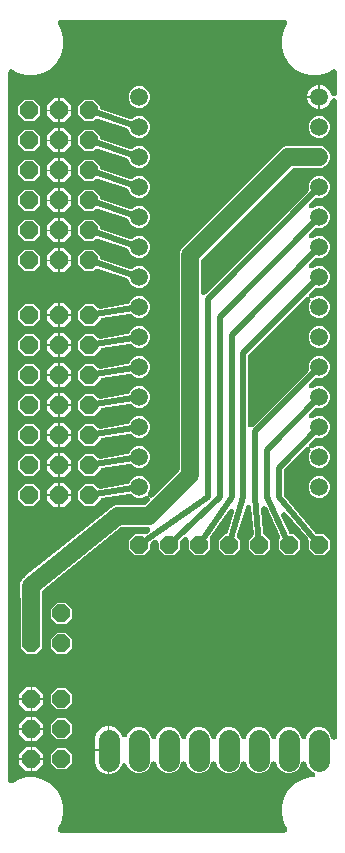
<source format=gbr>
G04 EAGLE Gerber RS-274X export*
G75*
%MOMM*%
%FSLAX34Y34*%
%LPD*%
%INTop Copper*%
%IPPOS*%
%AMOC8*
5,1,8,0,0,1.08239X$1,22.5*%
G01*
G04 Define Apertures*
%ADD10C,1.778000*%
%ADD11P,1.64956X8X292.5*%
%ADD12C,1.508000*%
%ADD13P,1.64956X8X22.5*%
%ADD14P,1.64956X8X112.5*%
%ADD15C,0.500000*%
%ADD16C,1.500000*%
G36*
X245721Y161120D02*
X244746Y160922D01*
X55254Y160922D01*
X54074Y161218D01*
X53308Y161853D01*
X52850Y162737D01*
X52773Y163729D01*
X53089Y164672D01*
X55775Y169324D01*
X57660Y176358D01*
X57660Y183642D01*
X55775Y190676D01*
X52134Y196984D01*
X46984Y202134D01*
X40676Y205775D01*
X33642Y207660D01*
X26358Y207660D01*
X19324Y205775D01*
X14672Y203089D01*
X13502Y202756D01*
X12521Y202923D01*
X11683Y203459D01*
X11120Y204279D01*
X10922Y205254D01*
X10922Y804746D01*
X11218Y805926D01*
X11853Y806692D01*
X12737Y807150D01*
X13729Y807227D01*
X14672Y806911D01*
X19324Y804225D01*
X26358Y802340D01*
X33642Y802340D01*
X40676Y804225D01*
X46984Y807866D01*
X52134Y813016D01*
X55775Y819324D01*
X57660Y826358D01*
X57660Y833642D01*
X55775Y840676D01*
X53089Y845328D01*
X52756Y846498D01*
X52923Y847479D01*
X53459Y848317D01*
X54279Y848880D01*
X55254Y849078D01*
X244746Y849078D01*
X245926Y848782D01*
X246692Y848147D01*
X247150Y847263D01*
X247227Y846271D01*
X246911Y845328D01*
X244225Y840676D01*
X242340Y833642D01*
X242340Y826358D01*
X244225Y819324D01*
X247866Y813016D01*
X253016Y807866D01*
X259324Y804225D01*
X266358Y802340D01*
X273642Y802340D01*
X280676Y804225D01*
X285328Y806911D01*
X286498Y807244D01*
X287479Y807077D01*
X288317Y806541D01*
X288880Y805721D01*
X289078Y804746D01*
X289078Y787116D01*
X288931Y786271D01*
X288415Y785420D01*
X287608Y784838D01*
X286638Y784617D01*
X285658Y784791D01*
X284824Y785334D01*
X284268Y786159D01*
X282922Y789410D01*
X280086Y792245D01*
X276382Y793780D01*
X275138Y793780D01*
X275138Y773620D01*
X276382Y773620D01*
X280086Y775155D01*
X282922Y777990D01*
X284268Y781241D01*
X284728Y781965D01*
X285530Y782554D01*
X286498Y782783D01*
X287479Y782616D01*
X288317Y782080D01*
X288880Y781259D01*
X289078Y780284D01*
X289078Y242295D01*
X288931Y241450D01*
X288415Y240599D01*
X287608Y240017D01*
X286638Y239796D01*
X285658Y239970D01*
X284824Y240513D01*
X284268Y241338D01*
X282537Y245519D01*
X279607Y248449D01*
X275780Y250034D01*
X271637Y250034D01*
X267809Y248449D01*
X264879Y245519D01*
X263318Y241749D01*
X262845Y241009D01*
X262038Y240427D01*
X261068Y240206D01*
X260088Y240381D01*
X259254Y240924D01*
X258698Y241749D01*
X257137Y245519D01*
X254207Y248449D01*
X250380Y250034D01*
X246237Y250034D01*
X242409Y248449D01*
X239479Y245519D01*
X237918Y241749D01*
X237445Y241009D01*
X236638Y240427D01*
X235668Y240206D01*
X234688Y240381D01*
X233854Y240924D01*
X233298Y241749D01*
X231737Y245519D01*
X228807Y248449D01*
X224980Y250034D01*
X220837Y250034D01*
X217009Y248449D01*
X214079Y245519D01*
X212518Y241749D01*
X212045Y241009D01*
X211238Y240427D01*
X210268Y240206D01*
X209288Y240381D01*
X208454Y240924D01*
X207898Y241749D01*
X206337Y245519D01*
X203407Y248449D01*
X199580Y250034D01*
X195437Y250034D01*
X191609Y248449D01*
X188679Y245519D01*
X187118Y241749D01*
X186645Y241009D01*
X185838Y240427D01*
X184868Y240206D01*
X183888Y240381D01*
X183054Y240924D01*
X182498Y241749D01*
X180937Y245519D01*
X178007Y248449D01*
X174180Y250034D01*
X170037Y250034D01*
X166209Y248449D01*
X163279Y245519D01*
X161718Y241749D01*
X161245Y241009D01*
X160438Y240427D01*
X159468Y240206D01*
X158488Y240381D01*
X157654Y240924D01*
X157098Y241749D01*
X155537Y245519D01*
X152607Y248449D01*
X148780Y250034D01*
X144637Y250034D01*
X140809Y248449D01*
X137879Y245519D01*
X136318Y241749D01*
X135845Y241009D01*
X135038Y240427D01*
X134068Y240206D01*
X133088Y240381D01*
X132254Y240924D01*
X131698Y241749D01*
X130137Y245519D01*
X127207Y248449D01*
X123380Y250034D01*
X119237Y250034D01*
X115409Y248449D01*
X112479Y245519D01*
X111468Y243076D01*
X110995Y242337D01*
X110188Y241755D01*
X109218Y241534D01*
X108238Y241708D01*
X107404Y242251D01*
X106848Y243076D01*
X105598Y246095D01*
X102383Y249310D01*
X98182Y251050D01*
X96670Y251050D01*
X96670Y210410D01*
X98182Y210410D01*
X102383Y212150D01*
X105598Y215365D01*
X106848Y218384D01*
X107321Y219123D01*
X108128Y219705D01*
X109098Y219926D01*
X110078Y219752D01*
X110911Y219209D01*
X111468Y218384D01*
X112479Y215941D01*
X115409Y213011D01*
X119237Y211426D01*
X123380Y211426D01*
X127207Y213011D01*
X130137Y215941D01*
X131698Y219711D01*
X132171Y220451D01*
X132978Y221033D01*
X133948Y221254D01*
X134928Y221079D01*
X135762Y220536D01*
X136318Y219711D01*
X137879Y215941D01*
X140809Y213011D01*
X144637Y211426D01*
X148780Y211426D01*
X152607Y213011D01*
X155537Y215941D01*
X157098Y219711D01*
X157571Y220451D01*
X158378Y221033D01*
X159348Y221254D01*
X160328Y221079D01*
X161162Y220536D01*
X161718Y219711D01*
X163279Y215941D01*
X166209Y213011D01*
X170037Y211426D01*
X174180Y211426D01*
X178007Y213011D01*
X180937Y215941D01*
X182498Y219711D01*
X182971Y220451D01*
X183778Y221033D01*
X184748Y221254D01*
X185728Y221079D01*
X186562Y220536D01*
X187118Y219711D01*
X188679Y215941D01*
X191609Y213011D01*
X195437Y211426D01*
X199580Y211426D01*
X203407Y213011D01*
X206337Y215941D01*
X207898Y219711D01*
X208371Y220451D01*
X209178Y221033D01*
X210148Y221254D01*
X211128Y221079D01*
X211962Y220536D01*
X212518Y219711D01*
X214079Y215941D01*
X217009Y213011D01*
X220837Y211426D01*
X224980Y211426D01*
X228807Y213011D01*
X231737Y215941D01*
X233298Y219711D01*
X233771Y220451D01*
X234578Y221033D01*
X235548Y221254D01*
X236528Y221079D01*
X237362Y220536D01*
X237918Y219711D01*
X239479Y215941D01*
X242409Y213011D01*
X246237Y211426D01*
X250380Y211426D01*
X254207Y213011D01*
X257137Y215941D01*
X258698Y219711D01*
X259171Y220451D01*
X259978Y221033D01*
X260948Y221254D01*
X261928Y221079D01*
X262762Y220536D01*
X263318Y219711D01*
X264879Y215941D01*
X267809Y213011D01*
X269117Y212470D01*
X269841Y212010D01*
X270430Y211208D01*
X270659Y210240D01*
X270492Y209259D01*
X269956Y208421D01*
X269135Y207858D01*
X268160Y207660D01*
X266358Y207660D01*
X259324Y205775D01*
X253016Y202134D01*
X247866Y196984D01*
X244225Y190676D01*
X242340Y183642D01*
X242340Y176358D01*
X244225Y169324D01*
X246911Y164672D01*
X247244Y163502D01*
X247077Y162521D01*
X246541Y161683D01*
X245721Y161120D01*
G37*
%LPC*%
G36*
X264296Y784462D02*
X273614Y784462D01*
X273614Y793780D01*
X272371Y793780D01*
X268667Y792245D01*
X265831Y789410D01*
X264296Y785705D01*
X264296Y784462D01*
G37*
G36*
X120173Y774636D02*
X123779Y774636D01*
X127111Y776016D01*
X129661Y778566D01*
X131040Y781897D01*
X131040Y785503D01*
X129661Y788834D01*
X127111Y791384D01*
X123779Y792764D01*
X120173Y792764D01*
X116842Y791384D01*
X114292Y788834D01*
X112912Y785503D01*
X112912Y781897D01*
X114292Y778566D01*
X116842Y776016D01*
X120173Y774636D01*
G37*
G36*
X272371Y773620D02*
X273614Y773620D01*
X273614Y782938D01*
X264296Y782938D01*
X264296Y781695D01*
X265831Y777990D01*
X268667Y775155D01*
X272371Y773620D01*
G37*
G36*
X43782Y773142D02*
X53180Y773142D01*
X53180Y782540D01*
X49734Y782540D01*
X43782Y776588D01*
X43782Y773142D01*
G37*
G36*
X54704Y773142D02*
X64102Y773142D01*
X64102Y776588D01*
X58150Y782540D01*
X54704Y782540D01*
X54704Y773142D01*
G37*
G36*
X120173Y749236D02*
X123779Y749236D01*
X127111Y750616D01*
X129661Y753166D01*
X131040Y756497D01*
X131040Y760103D01*
X129661Y763434D01*
X127111Y765984D01*
X123779Y767364D01*
X120173Y767364D01*
X116842Y765984D01*
X116615Y765757D01*
X116007Y765310D01*
X115051Y765033D01*
X114063Y765151D01*
X90202Y773031D01*
X89247Y773609D01*
X88684Y774430D01*
X88486Y775405D01*
X88486Y776168D01*
X83130Y781524D01*
X75554Y781524D01*
X70198Y776168D01*
X70198Y768592D01*
X75554Y763236D01*
X83130Y763236D01*
X84788Y764895D01*
X85396Y765342D01*
X86352Y765619D01*
X87340Y765501D01*
X111557Y757503D01*
X112527Y756911D01*
X113083Y756086D01*
X114292Y753166D01*
X116842Y750616D01*
X120173Y749236D01*
G37*
G36*
X24754Y763236D02*
X32330Y763236D01*
X37686Y768592D01*
X37686Y776168D01*
X32330Y781524D01*
X24754Y781524D01*
X19398Y776168D01*
X19398Y768592D01*
X24754Y763236D01*
G37*
G36*
X49734Y762220D02*
X53180Y762220D01*
X53180Y771618D01*
X43782Y771618D01*
X43782Y768172D01*
X49734Y762220D01*
G37*
G36*
X54704Y762220D02*
X58150Y762220D01*
X64102Y768172D01*
X64102Y771618D01*
X54704Y771618D01*
X54704Y762220D01*
G37*
G36*
X272573Y749236D02*
X276179Y749236D01*
X279511Y750616D01*
X282061Y753166D01*
X283440Y756497D01*
X283440Y760103D01*
X282061Y763434D01*
X279511Y765984D01*
X276179Y767364D01*
X272573Y767364D01*
X269242Y765984D01*
X266692Y763434D01*
X265312Y760103D01*
X265312Y756497D01*
X266692Y753166D01*
X269242Y750616D01*
X272573Y749236D01*
G37*
G36*
X54704Y747742D02*
X64102Y747742D01*
X64102Y751188D01*
X58150Y757140D01*
X54704Y757140D01*
X54704Y747742D01*
G37*
G36*
X43782Y747742D02*
X53180Y747742D01*
X53180Y757140D01*
X49734Y757140D01*
X43782Y751188D01*
X43782Y747742D01*
G37*
G36*
X24754Y737836D02*
X32330Y737836D01*
X37686Y743192D01*
X37686Y750768D01*
X32330Y756124D01*
X24754Y756124D01*
X19398Y750768D01*
X19398Y743192D01*
X24754Y737836D01*
G37*
G36*
X120173Y723836D02*
X123779Y723836D01*
X127111Y725216D01*
X129661Y727766D01*
X131040Y731097D01*
X131040Y734703D01*
X129661Y738034D01*
X127111Y740584D01*
X123779Y741964D01*
X120173Y741964D01*
X116842Y740584D01*
X116615Y740357D01*
X116007Y739910D01*
X115051Y739633D01*
X114063Y739751D01*
X90202Y747631D01*
X89247Y748209D01*
X88684Y749030D01*
X88486Y750005D01*
X88486Y750768D01*
X83130Y756124D01*
X75554Y756124D01*
X70198Y750768D01*
X70198Y743192D01*
X75554Y737836D01*
X83130Y737836D01*
X84788Y739495D01*
X85396Y739942D01*
X86352Y740219D01*
X87340Y740101D01*
X111557Y732103D01*
X112527Y731511D01*
X113083Y730686D01*
X114292Y727766D01*
X116842Y725216D01*
X120173Y723836D01*
G37*
G36*
X49734Y736820D02*
X53180Y736820D01*
X53180Y746218D01*
X43782Y746218D01*
X43782Y742772D01*
X49734Y736820D01*
G37*
G36*
X54704Y736820D02*
X58150Y736820D01*
X64102Y742772D01*
X64102Y746218D01*
X54704Y746218D01*
X54704Y736820D01*
G37*
G36*
X26772Y312076D02*
X34348Y312076D01*
X39704Y317432D01*
X39704Y325572D01*
X39584Y326163D01*
X39584Y341677D01*
X39704Y342293D01*
X39704Y350628D01*
X39688Y350651D01*
X39467Y351621D01*
X39158Y364508D01*
X39458Y365756D01*
X40096Y366520D01*
X106231Y419428D01*
X106817Y419778D01*
X107792Y419976D01*
X128794Y419976D01*
X130064Y419630D01*
X130803Y418964D01*
X131225Y418063D01*
X131261Y417068D01*
X130907Y416139D01*
X130218Y415421D01*
X128384Y414151D01*
X127001Y413707D01*
X126023Y413889D01*
X125970Y413924D01*
X118132Y413924D01*
X112776Y408568D01*
X112776Y400992D01*
X118132Y395636D01*
X125708Y395636D01*
X131064Y400992D01*
X131064Y404908D01*
X131452Y406245D01*
X132141Y406963D01*
X134253Y408426D01*
X135596Y408869D01*
X136577Y408702D01*
X137415Y408166D01*
X137978Y407345D01*
X138176Y406370D01*
X138176Y400992D01*
X143532Y395636D01*
X151108Y395636D01*
X156464Y400992D01*
X156464Y406788D01*
X156676Y407795D01*
X157249Y408608D01*
X159361Y410598D01*
X160028Y411049D01*
X160996Y411277D01*
X161977Y411111D01*
X162815Y410574D01*
X163378Y409754D01*
X163576Y408779D01*
X163576Y400992D01*
X168932Y395636D01*
X176508Y395636D01*
X181864Y400992D01*
X181864Y408942D01*
X181625Y409385D01*
X181620Y410380D01*
X182003Y411298D01*
X197514Y434166D01*
X198284Y434899D01*
X199221Y435236D01*
X200214Y435181D01*
X201108Y434743D01*
X201759Y433992D01*
X202067Y433045D01*
X201980Y432054D01*
X197154Y415716D01*
X196552Y414685D01*
X195732Y414122D01*
X194757Y413924D01*
X194332Y413924D01*
X188976Y408568D01*
X188976Y400992D01*
X194332Y395636D01*
X201908Y395636D01*
X207264Y400992D01*
X207264Y408568D01*
X205359Y410473D01*
X204950Y411011D01*
X204642Y411958D01*
X204729Y412949D01*
X211820Y436955D01*
X212227Y437760D01*
X212975Y438416D01*
X213920Y438729D01*
X214912Y438648D01*
X215793Y438187D01*
X216425Y437419D01*
X216708Y436465D01*
X218663Y414118D01*
X218490Y412962D01*
X217941Y412132D01*
X214376Y408568D01*
X214376Y400992D01*
X219732Y395636D01*
X227308Y395636D01*
X232664Y400992D01*
X232664Y408568D01*
X227350Y413882D01*
X226909Y414477D01*
X226627Y415431D01*
X224918Y434965D01*
X225018Y435917D01*
X225494Y436791D01*
X226272Y437411D01*
X227231Y437677D01*
X228218Y437549D01*
X229076Y437046D01*
X229670Y436248D01*
X241011Y412140D01*
X241248Y411116D01*
X241066Y410137D01*
X240516Y409308D01*
X239776Y408568D01*
X239776Y400992D01*
X245132Y395636D01*
X252708Y395636D01*
X258064Y400992D01*
X258064Y408568D01*
X252708Y413924D01*
X250652Y413924D01*
X249843Y414059D01*
X248984Y414562D01*
X248390Y415360D01*
X242056Y428824D01*
X241820Y429966D01*
X242048Y430935D01*
X242636Y431737D01*
X243490Y432247D01*
X244476Y432383D01*
X245437Y432124D01*
X246220Y431511D01*
X264578Y409998D01*
X264978Y409350D01*
X265176Y408375D01*
X265176Y400992D01*
X270532Y395636D01*
X278108Y395636D01*
X283464Y400992D01*
X283464Y408568D01*
X278108Y413924D01*
X272960Y413924D01*
X271842Y414188D01*
X271059Y414801D01*
X244622Y445782D01*
X244222Y446430D01*
X244024Y447405D01*
X244024Y467221D01*
X244207Y468160D01*
X244756Y468989D01*
X262678Y486910D01*
X263379Y487404D01*
X264346Y487641D01*
X265328Y487482D01*
X266170Y486952D01*
X266740Y486136D01*
X266945Y485163D01*
X266755Y484186D01*
X265312Y480703D01*
X265312Y477097D01*
X266692Y473766D01*
X269242Y471216D01*
X272573Y469836D01*
X276179Y469836D01*
X279511Y471216D01*
X282061Y473766D01*
X283440Y477097D01*
X283440Y480703D01*
X282061Y484034D01*
X279511Y486584D01*
X276179Y487964D01*
X272573Y487964D01*
X269090Y486521D01*
X268253Y486334D01*
X267270Y486485D01*
X266423Y487008D01*
X265848Y487819D01*
X265634Y488791D01*
X265817Y489769D01*
X266366Y490599D01*
X270282Y494515D01*
X271057Y495041D01*
X272030Y495247D01*
X272086Y495236D01*
X276179Y495236D01*
X279511Y496616D01*
X282061Y499166D01*
X283440Y502497D01*
X283440Y506103D01*
X282061Y509434D01*
X279511Y511984D01*
X276179Y513364D01*
X272573Y513364D01*
X269090Y511921D01*
X268253Y511734D01*
X267270Y511885D01*
X266423Y512408D01*
X265848Y513219D01*
X265634Y514191D01*
X265817Y515169D01*
X266366Y515999D01*
X270282Y519915D01*
X271057Y520441D01*
X272030Y520647D01*
X272086Y520636D01*
X276179Y520636D01*
X279511Y522016D01*
X282061Y524566D01*
X283440Y527897D01*
X283440Y531503D01*
X282061Y534834D01*
X279511Y537384D01*
X276179Y538764D01*
X272573Y538764D01*
X269090Y537321D01*
X268253Y537134D01*
X267270Y537285D01*
X266423Y537808D01*
X265848Y538619D01*
X265634Y539591D01*
X265817Y540569D01*
X266366Y541399D01*
X270282Y545315D01*
X271057Y545841D01*
X272030Y546047D01*
X272086Y546036D01*
X276179Y546036D01*
X279511Y547416D01*
X282061Y549966D01*
X283440Y553297D01*
X283440Y556903D01*
X282061Y560234D01*
X279511Y562784D01*
X276179Y564164D01*
X272573Y564164D01*
X269242Y562784D01*
X266692Y560234D01*
X265312Y556903D01*
X265312Y552865D01*
X265323Y552813D01*
X265141Y551835D01*
X264591Y551006D01*
X218292Y504706D01*
X217572Y504204D01*
X216604Y503975D01*
X215623Y504142D01*
X214785Y504678D01*
X214222Y505499D01*
X214024Y506474D01*
X214024Y564221D01*
X214207Y565160D01*
X214756Y565989D01*
X262678Y613910D01*
X263379Y614404D01*
X264346Y614641D01*
X265328Y614482D01*
X266170Y613952D01*
X266740Y613136D01*
X266945Y612163D01*
X266755Y611186D01*
X265312Y607703D01*
X265312Y604097D01*
X266692Y600766D01*
X269242Y598216D01*
X272573Y596836D01*
X276179Y596836D01*
X279511Y598216D01*
X282061Y600766D01*
X283440Y604097D01*
X283440Y607703D01*
X282061Y611034D01*
X279511Y613584D01*
X276179Y614964D01*
X272573Y614964D01*
X269090Y613521D01*
X268253Y613334D01*
X267270Y613485D01*
X266423Y614008D01*
X265848Y614819D01*
X265634Y615791D01*
X265817Y616769D01*
X266366Y617599D01*
X270282Y621515D01*
X271057Y622041D01*
X272030Y622247D01*
X272086Y622236D01*
X276179Y622236D01*
X279511Y623616D01*
X282061Y626166D01*
X283440Y629497D01*
X283440Y633103D01*
X282061Y636434D01*
X279511Y638984D01*
X276179Y640364D01*
X272573Y640364D01*
X269090Y638921D01*
X268253Y638734D01*
X267270Y638885D01*
X266423Y639408D01*
X265848Y640219D01*
X265634Y641191D01*
X265817Y642169D01*
X266366Y642999D01*
X270282Y646915D01*
X271057Y647441D01*
X272030Y647647D01*
X272086Y647636D01*
X276179Y647636D01*
X279511Y649016D01*
X282061Y651566D01*
X283440Y654897D01*
X283440Y658503D01*
X282061Y661834D01*
X279511Y664384D01*
X276179Y665764D01*
X272573Y665764D01*
X269090Y664321D01*
X268253Y664134D01*
X267270Y664285D01*
X266423Y664808D01*
X265848Y665619D01*
X265634Y666591D01*
X265817Y667569D01*
X266366Y668399D01*
X270282Y672315D01*
X271057Y672841D01*
X272030Y673047D01*
X272086Y673036D01*
X276179Y673036D01*
X279511Y674416D01*
X282061Y676966D01*
X283440Y680297D01*
X283440Y683903D01*
X282061Y687234D01*
X279511Y689784D01*
X276179Y691164D01*
X272573Y691164D01*
X269090Y689721D01*
X268253Y689534D01*
X267270Y689685D01*
X266423Y690208D01*
X265848Y691019D01*
X265634Y691991D01*
X265817Y692969D01*
X266366Y693799D01*
X270282Y697715D01*
X271057Y698241D01*
X272030Y698447D01*
X272086Y698436D01*
X276179Y698436D01*
X279511Y699816D01*
X282061Y702366D01*
X283440Y705697D01*
X283440Y709303D01*
X282061Y712634D01*
X279511Y715184D01*
X276179Y716564D01*
X272573Y716564D01*
X269242Y715184D01*
X266692Y712634D01*
X265312Y709303D01*
X265312Y705265D01*
X265323Y705213D01*
X265141Y704235D01*
X264591Y703406D01*
X178292Y617106D01*
X177572Y616604D01*
X176604Y616375D01*
X175623Y616542D01*
X174785Y617078D01*
X174222Y617899D01*
X174024Y618874D01*
X174024Y645227D01*
X174207Y646165D01*
X174756Y646994D01*
X250906Y723144D01*
X251698Y723678D01*
X252673Y723876D01*
X271980Y723876D01*
X272181Y723836D01*
X276179Y723836D01*
X279511Y725216D01*
X282061Y727766D01*
X283440Y731097D01*
X283440Y734703D01*
X282061Y738034D01*
X279511Y740584D01*
X276179Y741964D01*
X272181Y741964D01*
X271980Y741924D01*
X246105Y741924D01*
X242788Y740550D01*
X157350Y655112D01*
X155976Y651795D01*
X155976Y468773D01*
X155793Y467835D01*
X155244Y467006D01*
X133638Y445400D01*
X132936Y444906D01*
X131970Y444670D01*
X130988Y444829D01*
X130145Y445358D01*
X129576Y446174D01*
X129370Y447148D01*
X129561Y448124D01*
X131040Y451697D01*
X131040Y455303D01*
X129661Y458634D01*
X127111Y461184D01*
X123779Y462564D01*
X120173Y462564D01*
X116842Y461184D01*
X114292Y458634D01*
X113826Y457508D01*
X113559Y457024D01*
X112836Y456341D01*
X111903Y455995D01*
X88256Y452290D01*
X86931Y452442D01*
X86102Y452992D01*
X83130Y455964D01*
X75554Y455964D01*
X70198Y450608D01*
X70198Y443032D01*
X75554Y437676D01*
X83130Y437676D01*
X89218Y443765D01*
X89230Y443753D01*
X89666Y444164D01*
X90599Y444511D01*
X113160Y448046D01*
X114485Y447893D01*
X115315Y447343D01*
X116842Y445816D01*
X120173Y444436D01*
X123779Y444436D01*
X127352Y445916D01*
X128189Y446103D01*
X129173Y445952D01*
X130019Y445429D01*
X130595Y444618D01*
X130808Y443646D01*
X130626Y442668D01*
X130077Y441838D01*
X126994Y438756D01*
X126202Y438222D01*
X125227Y438024D01*
X104388Y438024D01*
X104112Y438039D01*
X102963Y438167D01*
X102810Y438123D01*
X102114Y438024D01*
X101955Y438024D01*
X100886Y437581D01*
X100625Y437490D01*
X99514Y437168D01*
X99390Y437069D01*
X98785Y436711D01*
X98638Y436650D01*
X97820Y435832D01*
X97614Y435648D01*
X25531Y377981D01*
X24981Y377647D01*
X24707Y377526D01*
X24004Y376789D01*
X23756Y376561D01*
X22961Y375925D01*
X22817Y375663D01*
X22436Y375144D01*
X22230Y374927D01*
X21863Y373977D01*
X21721Y373672D01*
X21229Y372781D01*
X21196Y372483D01*
X21044Y371858D01*
X20936Y371578D01*
X20960Y370560D01*
X20945Y370224D01*
X20833Y369212D01*
X20916Y368925D01*
X21014Y368289D01*
X21416Y351504D01*
X21405Y351443D01*
X21416Y351443D01*
X21416Y342268D01*
X21536Y341677D01*
X21536Y326163D01*
X21416Y325547D01*
X21416Y317432D01*
X26772Y312076D01*
G37*
G36*
X43782Y722342D02*
X53180Y722342D01*
X53180Y731740D01*
X49734Y731740D01*
X43782Y725788D01*
X43782Y722342D01*
G37*
G36*
X54704Y722342D02*
X64102Y722342D01*
X64102Y725788D01*
X58150Y731740D01*
X54704Y731740D01*
X54704Y722342D01*
G37*
G36*
X24754Y712436D02*
X32330Y712436D01*
X37686Y717792D01*
X37686Y725368D01*
X32330Y730724D01*
X24754Y730724D01*
X19398Y725368D01*
X19398Y717792D01*
X24754Y712436D01*
G37*
G36*
X120173Y698436D02*
X123779Y698436D01*
X127111Y699816D01*
X129661Y702366D01*
X131040Y705697D01*
X131040Y709303D01*
X129661Y712634D01*
X127111Y715184D01*
X123779Y716564D01*
X120173Y716564D01*
X116842Y715184D01*
X116615Y714957D01*
X116007Y714510D01*
X115051Y714233D01*
X114063Y714351D01*
X90202Y722231D01*
X89247Y722809D01*
X88684Y723630D01*
X88486Y724605D01*
X88486Y725368D01*
X83130Y730724D01*
X75554Y730724D01*
X70198Y725368D01*
X70198Y717792D01*
X75554Y712436D01*
X83130Y712436D01*
X84788Y714095D01*
X85396Y714542D01*
X86352Y714819D01*
X87340Y714701D01*
X111557Y706703D01*
X112527Y706111D01*
X113083Y705286D01*
X114292Y702366D01*
X116842Y699816D01*
X120173Y698436D01*
G37*
G36*
X54704Y711420D02*
X58150Y711420D01*
X64102Y717372D01*
X64102Y720818D01*
X54704Y720818D01*
X54704Y711420D01*
G37*
G36*
X49734Y711420D02*
X53180Y711420D01*
X53180Y720818D01*
X43782Y720818D01*
X43782Y717372D01*
X49734Y711420D01*
G37*
G36*
X43782Y696942D02*
X53180Y696942D01*
X53180Y706340D01*
X49734Y706340D01*
X43782Y700388D01*
X43782Y696942D01*
G37*
G36*
X54704Y696942D02*
X64102Y696942D01*
X64102Y700388D01*
X58150Y706340D01*
X54704Y706340D01*
X54704Y696942D01*
G37*
G36*
X24754Y687036D02*
X32330Y687036D01*
X37686Y692392D01*
X37686Y699968D01*
X32330Y705324D01*
X24754Y705324D01*
X19398Y699968D01*
X19398Y692392D01*
X24754Y687036D01*
G37*
G36*
X120173Y673036D02*
X123779Y673036D01*
X127111Y674416D01*
X129661Y676966D01*
X131040Y680297D01*
X131040Y683903D01*
X129661Y687234D01*
X127111Y689784D01*
X123779Y691164D01*
X120173Y691164D01*
X116842Y689784D01*
X116615Y689557D01*
X116007Y689110D01*
X115051Y688833D01*
X114063Y688951D01*
X90202Y696831D01*
X89247Y697409D01*
X88684Y698230D01*
X88486Y699205D01*
X88486Y699968D01*
X83130Y705324D01*
X75554Y705324D01*
X70198Y699968D01*
X70198Y692392D01*
X75554Y687036D01*
X83130Y687036D01*
X84788Y688695D01*
X85396Y689142D01*
X86352Y689419D01*
X87340Y689301D01*
X111557Y681303D01*
X112527Y680711D01*
X113083Y679886D01*
X114292Y676966D01*
X116842Y674416D01*
X120173Y673036D01*
G37*
G36*
X54704Y686020D02*
X58150Y686020D01*
X64102Y691972D01*
X64102Y695418D01*
X54704Y695418D01*
X54704Y686020D01*
G37*
G36*
X49734Y686020D02*
X53180Y686020D01*
X53180Y695418D01*
X43782Y695418D01*
X43782Y691972D01*
X49734Y686020D01*
G37*
G36*
X43782Y671542D02*
X53180Y671542D01*
X53180Y680940D01*
X49734Y680940D01*
X43782Y674988D01*
X43782Y671542D01*
G37*
G36*
X54704Y671542D02*
X64102Y671542D01*
X64102Y674988D01*
X58150Y680940D01*
X54704Y680940D01*
X54704Y671542D01*
G37*
G36*
X24754Y661636D02*
X32330Y661636D01*
X37686Y666992D01*
X37686Y674568D01*
X32330Y679924D01*
X24754Y679924D01*
X19398Y674568D01*
X19398Y666992D01*
X24754Y661636D01*
G37*
G36*
X120173Y647636D02*
X123779Y647636D01*
X127111Y649016D01*
X129661Y651566D01*
X131040Y654897D01*
X131040Y658503D01*
X129661Y661834D01*
X127111Y664384D01*
X123779Y665764D01*
X120173Y665764D01*
X116842Y664384D01*
X116615Y664157D01*
X116007Y663710D01*
X115051Y663433D01*
X114063Y663551D01*
X90202Y671431D01*
X89247Y672009D01*
X88684Y672830D01*
X88486Y673805D01*
X88486Y674568D01*
X83130Y679924D01*
X75554Y679924D01*
X70198Y674568D01*
X70198Y666992D01*
X75554Y661636D01*
X83130Y661636D01*
X84788Y663295D01*
X85396Y663742D01*
X86352Y664019D01*
X87340Y663901D01*
X111557Y655903D01*
X112527Y655311D01*
X113083Y654486D01*
X114292Y651566D01*
X116842Y649016D01*
X120173Y647636D01*
G37*
G36*
X49734Y660620D02*
X53180Y660620D01*
X53180Y670018D01*
X43782Y670018D01*
X43782Y666572D01*
X49734Y660620D01*
G37*
G36*
X54704Y660620D02*
X58150Y660620D01*
X64102Y666572D01*
X64102Y670018D01*
X54704Y670018D01*
X54704Y660620D01*
G37*
G36*
X54704Y646142D02*
X64102Y646142D01*
X64102Y649588D01*
X58150Y655540D01*
X54704Y655540D01*
X54704Y646142D01*
G37*
G36*
X43782Y646142D02*
X53180Y646142D01*
X53180Y655540D01*
X49734Y655540D01*
X43782Y649588D01*
X43782Y646142D01*
G37*
G36*
X120173Y622236D02*
X123779Y622236D01*
X127111Y623616D01*
X129661Y626166D01*
X131040Y629497D01*
X131040Y633103D01*
X129661Y636434D01*
X127111Y638984D01*
X123779Y640364D01*
X120173Y640364D01*
X116842Y638984D01*
X116615Y638757D01*
X116007Y638310D01*
X115051Y638033D01*
X114063Y638151D01*
X90202Y646031D01*
X89247Y646609D01*
X88684Y647430D01*
X88486Y648405D01*
X88486Y649168D01*
X83130Y654524D01*
X75554Y654524D01*
X70198Y649168D01*
X70198Y641592D01*
X75554Y636236D01*
X83130Y636236D01*
X84788Y637895D01*
X85396Y638342D01*
X86352Y638619D01*
X87340Y638501D01*
X111557Y630503D01*
X112527Y629911D01*
X113083Y629086D01*
X114292Y626166D01*
X116842Y623616D01*
X120173Y622236D01*
G37*
G36*
X24754Y636236D02*
X32330Y636236D01*
X37686Y641592D01*
X37686Y649168D01*
X32330Y654524D01*
X24754Y654524D01*
X19398Y649168D01*
X19398Y641592D01*
X24754Y636236D01*
G37*
G36*
X49734Y635220D02*
X53180Y635220D01*
X53180Y644618D01*
X43782Y644618D01*
X43782Y641172D01*
X49734Y635220D01*
G37*
G36*
X54704Y635220D02*
X58150Y635220D01*
X64102Y641172D01*
X64102Y644618D01*
X54704Y644618D01*
X54704Y635220D01*
G37*
G36*
X75554Y590076D02*
X83130Y590076D01*
X89218Y596165D01*
X89230Y596153D01*
X89666Y596564D01*
X90599Y596911D01*
X113160Y600446D01*
X114485Y600293D01*
X115315Y599743D01*
X116842Y598216D01*
X120173Y596836D01*
X123779Y596836D01*
X127111Y598216D01*
X129661Y600766D01*
X131040Y604097D01*
X131040Y607703D01*
X129661Y611034D01*
X127111Y613584D01*
X123779Y614964D01*
X120173Y614964D01*
X116842Y613584D01*
X114292Y611034D01*
X113826Y609908D01*
X113559Y609424D01*
X112836Y608741D01*
X111903Y608395D01*
X88256Y604690D01*
X86931Y604842D01*
X86102Y605392D01*
X83130Y608364D01*
X75554Y608364D01*
X70198Y603008D01*
X70198Y595432D01*
X75554Y590076D01*
G37*
G36*
X54704Y599982D02*
X64102Y599982D01*
X64102Y603428D01*
X58150Y609380D01*
X54704Y609380D01*
X54704Y599982D01*
G37*
G36*
X43782Y599982D02*
X53180Y599982D01*
X53180Y609380D01*
X49734Y609380D01*
X43782Y603428D01*
X43782Y599982D01*
G37*
G36*
X24754Y590076D02*
X32330Y590076D01*
X37686Y595432D01*
X37686Y603008D01*
X32330Y608364D01*
X24754Y608364D01*
X19398Y603008D01*
X19398Y595432D01*
X24754Y590076D01*
G37*
G36*
X49734Y589060D02*
X53180Y589060D01*
X53180Y598458D01*
X43782Y598458D01*
X43782Y595012D01*
X49734Y589060D01*
G37*
G36*
X54704Y589060D02*
X58150Y589060D01*
X64102Y595012D01*
X64102Y598458D01*
X54704Y598458D01*
X54704Y589060D01*
G37*
G36*
X272573Y571436D02*
X276179Y571436D01*
X279511Y572816D01*
X282061Y575366D01*
X283440Y578697D01*
X283440Y582303D01*
X282061Y585634D01*
X279511Y588184D01*
X276179Y589564D01*
X272573Y589564D01*
X269242Y588184D01*
X266692Y585634D01*
X265312Y582303D01*
X265312Y578697D01*
X266692Y575366D01*
X269242Y572816D01*
X272573Y571436D01*
G37*
G36*
X75554Y564676D02*
X83130Y564676D01*
X89218Y570765D01*
X89230Y570753D01*
X89666Y571164D01*
X90599Y571511D01*
X113160Y575046D01*
X114485Y574893D01*
X115315Y574343D01*
X116842Y572816D01*
X120173Y571436D01*
X123779Y571436D01*
X127111Y572816D01*
X129661Y575366D01*
X131040Y578697D01*
X131040Y582303D01*
X129661Y585634D01*
X127111Y588184D01*
X123779Y589564D01*
X120173Y589564D01*
X116842Y588184D01*
X114292Y585634D01*
X113826Y584508D01*
X113559Y584024D01*
X112836Y583341D01*
X111903Y582995D01*
X88256Y579290D01*
X86931Y579442D01*
X86102Y579992D01*
X83130Y582964D01*
X75554Y582964D01*
X70198Y577608D01*
X70198Y570032D01*
X75554Y564676D01*
G37*
G36*
X43782Y574582D02*
X53180Y574582D01*
X53180Y583980D01*
X49734Y583980D01*
X43782Y578028D01*
X43782Y574582D01*
G37*
G36*
X54704Y574582D02*
X64102Y574582D01*
X64102Y578028D01*
X58150Y583980D01*
X54704Y583980D01*
X54704Y574582D01*
G37*
G36*
X24754Y564676D02*
X32330Y564676D01*
X37686Y570032D01*
X37686Y577608D01*
X32330Y582964D01*
X24754Y582964D01*
X19398Y577608D01*
X19398Y570032D01*
X24754Y564676D01*
G37*
G36*
X49734Y563660D02*
X53180Y563660D01*
X53180Y573058D01*
X43782Y573058D01*
X43782Y569612D01*
X49734Y563660D01*
G37*
G36*
X54704Y563660D02*
X58150Y563660D01*
X64102Y569612D01*
X64102Y573058D01*
X54704Y573058D01*
X54704Y563660D01*
G37*
G36*
X75554Y539276D02*
X83130Y539276D01*
X89218Y545365D01*
X89230Y545353D01*
X89666Y545764D01*
X90599Y546111D01*
X113160Y549646D01*
X114485Y549493D01*
X115315Y548943D01*
X116842Y547416D01*
X120173Y546036D01*
X123779Y546036D01*
X127111Y547416D01*
X129661Y549966D01*
X131040Y553297D01*
X131040Y556903D01*
X129661Y560234D01*
X127111Y562784D01*
X123779Y564164D01*
X120173Y564164D01*
X116842Y562784D01*
X114292Y560234D01*
X113826Y559108D01*
X113559Y558624D01*
X112836Y557941D01*
X111903Y557595D01*
X88256Y553890D01*
X86931Y554042D01*
X86102Y554592D01*
X83130Y557564D01*
X75554Y557564D01*
X70198Y552208D01*
X70198Y544632D01*
X75554Y539276D01*
G37*
G36*
X43782Y549182D02*
X53180Y549182D01*
X53180Y558580D01*
X49734Y558580D01*
X43782Y552628D01*
X43782Y549182D01*
G37*
G36*
X54704Y549182D02*
X64102Y549182D01*
X64102Y552628D01*
X58150Y558580D01*
X54704Y558580D01*
X54704Y549182D01*
G37*
G36*
X24754Y539276D02*
X32330Y539276D01*
X37686Y544632D01*
X37686Y552208D01*
X32330Y557564D01*
X24754Y557564D01*
X19398Y552208D01*
X19398Y544632D01*
X24754Y539276D01*
G37*
G36*
X54704Y538260D02*
X58150Y538260D01*
X64102Y544212D01*
X64102Y547658D01*
X54704Y547658D01*
X54704Y538260D01*
G37*
G36*
X49734Y538260D02*
X53180Y538260D01*
X53180Y547658D01*
X43782Y547658D01*
X43782Y544212D01*
X49734Y538260D01*
G37*
G36*
X75554Y513876D02*
X83130Y513876D01*
X89218Y519965D01*
X89230Y519953D01*
X89666Y520364D01*
X90599Y520711D01*
X113160Y524246D01*
X114485Y524093D01*
X115315Y523543D01*
X116842Y522016D01*
X120173Y520636D01*
X123779Y520636D01*
X127111Y522016D01*
X129661Y524566D01*
X131040Y527897D01*
X131040Y531503D01*
X129661Y534834D01*
X127111Y537384D01*
X123779Y538764D01*
X120173Y538764D01*
X116842Y537384D01*
X114292Y534834D01*
X113826Y533708D01*
X113559Y533224D01*
X112836Y532541D01*
X111903Y532195D01*
X88256Y528490D01*
X86931Y528642D01*
X86102Y529192D01*
X83130Y532164D01*
X75554Y532164D01*
X70198Y526808D01*
X70198Y519232D01*
X75554Y513876D01*
G37*
G36*
X54704Y523782D02*
X64102Y523782D01*
X64102Y527228D01*
X58150Y533180D01*
X54704Y533180D01*
X54704Y523782D01*
G37*
G36*
X43782Y523782D02*
X53180Y523782D01*
X53180Y533180D01*
X49734Y533180D01*
X43782Y527228D01*
X43782Y523782D01*
G37*
G36*
X24754Y513876D02*
X32330Y513876D01*
X37686Y519232D01*
X37686Y526808D01*
X32330Y532164D01*
X24754Y532164D01*
X19398Y526808D01*
X19398Y519232D01*
X24754Y513876D01*
G37*
G36*
X49734Y512860D02*
X53180Y512860D01*
X53180Y522258D01*
X43782Y522258D01*
X43782Y518812D01*
X49734Y512860D01*
G37*
G36*
X54704Y512860D02*
X58150Y512860D01*
X64102Y518812D01*
X64102Y522258D01*
X54704Y522258D01*
X54704Y512860D01*
G37*
G36*
X75554Y488476D02*
X83130Y488476D01*
X89218Y494565D01*
X89230Y494553D01*
X89666Y494964D01*
X90599Y495311D01*
X113160Y498846D01*
X114485Y498693D01*
X115315Y498143D01*
X116842Y496616D01*
X120173Y495236D01*
X123779Y495236D01*
X127111Y496616D01*
X129661Y499166D01*
X131040Y502497D01*
X131040Y506103D01*
X129661Y509434D01*
X127111Y511984D01*
X123779Y513364D01*
X120173Y513364D01*
X116842Y511984D01*
X114292Y509434D01*
X113826Y508308D01*
X113559Y507824D01*
X112836Y507141D01*
X111903Y506795D01*
X88256Y503090D01*
X86931Y503242D01*
X86102Y503792D01*
X83130Y506764D01*
X75554Y506764D01*
X70198Y501408D01*
X70198Y493832D01*
X75554Y488476D01*
G37*
G36*
X43782Y498382D02*
X53180Y498382D01*
X53180Y507780D01*
X49734Y507780D01*
X43782Y501828D01*
X43782Y498382D01*
G37*
G36*
X54704Y498382D02*
X64102Y498382D01*
X64102Y501828D01*
X58150Y507780D01*
X54704Y507780D01*
X54704Y498382D01*
G37*
G36*
X24754Y488476D02*
X32330Y488476D01*
X37686Y493832D01*
X37686Y501408D01*
X32330Y506764D01*
X24754Y506764D01*
X19398Y501408D01*
X19398Y493832D01*
X24754Y488476D01*
G37*
G36*
X54704Y487460D02*
X58150Y487460D01*
X64102Y493412D01*
X64102Y496858D01*
X54704Y496858D01*
X54704Y487460D01*
G37*
G36*
X49734Y487460D02*
X53180Y487460D01*
X53180Y496858D01*
X43782Y496858D01*
X43782Y493412D01*
X49734Y487460D01*
G37*
G36*
X75554Y463076D02*
X83130Y463076D01*
X89218Y469165D01*
X89230Y469153D01*
X89666Y469564D01*
X90599Y469911D01*
X113160Y473446D01*
X114485Y473293D01*
X115315Y472743D01*
X116842Y471216D01*
X120173Y469836D01*
X123779Y469836D01*
X127111Y471216D01*
X129661Y473766D01*
X131040Y477097D01*
X131040Y480703D01*
X129661Y484034D01*
X127111Y486584D01*
X123779Y487964D01*
X120173Y487964D01*
X116842Y486584D01*
X114292Y484034D01*
X113826Y482908D01*
X113559Y482424D01*
X112836Y481741D01*
X111903Y481395D01*
X88256Y477690D01*
X86931Y477842D01*
X86102Y478392D01*
X83130Y481364D01*
X75554Y481364D01*
X70198Y476008D01*
X70198Y468432D01*
X75554Y463076D01*
G37*
G36*
X54704Y472982D02*
X64102Y472982D01*
X64102Y476428D01*
X58150Y482380D01*
X54704Y482380D01*
X54704Y472982D01*
G37*
G36*
X43782Y472982D02*
X53180Y472982D01*
X53180Y482380D01*
X49734Y482380D01*
X43782Y476428D01*
X43782Y472982D01*
G37*
G36*
X24754Y463076D02*
X32330Y463076D01*
X37686Y468432D01*
X37686Y476008D01*
X32330Y481364D01*
X24754Y481364D01*
X19398Y476008D01*
X19398Y468432D01*
X24754Y463076D01*
G37*
G36*
X49734Y462060D02*
X53180Y462060D01*
X53180Y471458D01*
X43782Y471458D01*
X43782Y468012D01*
X49734Y462060D01*
G37*
G36*
X54704Y462060D02*
X58150Y462060D01*
X64102Y468012D01*
X64102Y471458D01*
X54704Y471458D01*
X54704Y462060D01*
G37*
G36*
X272573Y444436D02*
X276179Y444436D01*
X279511Y445816D01*
X282061Y448366D01*
X283440Y451697D01*
X283440Y455303D01*
X282061Y458634D01*
X279511Y461184D01*
X276179Y462564D01*
X272573Y462564D01*
X269242Y461184D01*
X266692Y458634D01*
X265312Y455303D01*
X265312Y451697D01*
X266692Y448366D01*
X269242Y445816D01*
X272573Y444436D01*
G37*
G36*
X54704Y447582D02*
X64102Y447582D01*
X64102Y451028D01*
X58150Y456980D01*
X54704Y456980D01*
X54704Y447582D01*
G37*
G36*
X43782Y447582D02*
X53180Y447582D01*
X53180Y456980D01*
X49734Y456980D01*
X43782Y451028D01*
X43782Y447582D01*
G37*
G36*
X24754Y437676D02*
X32330Y437676D01*
X37686Y443032D01*
X37686Y450608D01*
X32330Y455964D01*
X24754Y455964D01*
X19398Y450608D01*
X19398Y443032D01*
X24754Y437676D01*
G37*
G36*
X49734Y436660D02*
X53180Y436660D01*
X53180Y446058D01*
X43782Y446058D01*
X43782Y442612D01*
X49734Y436660D01*
G37*
G36*
X54704Y436660D02*
X58150Y436660D01*
X64102Y442612D01*
X64102Y446058D01*
X54704Y446058D01*
X54704Y436660D01*
G37*
G36*
X52172Y337476D02*
X59748Y337476D01*
X65104Y342832D01*
X65104Y350408D01*
X59748Y355764D01*
X52172Y355764D01*
X46816Y350408D01*
X46816Y342832D01*
X52172Y337476D01*
G37*
G36*
X52172Y312076D02*
X59748Y312076D01*
X65104Y317432D01*
X65104Y325008D01*
X59748Y330364D01*
X52172Y330364D01*
X46816Y325008D01*
X46816Y317432D01*
X52172Y312076D01*
G37*
G36*
X31322Y275182D02*
X40720Y275182D01*
X40720Y278628D01*
X34768Y284580D01*
X31322Y284580D01*
X31322Y275182D01*
G37*
G36*
X20400Y275182D02*
X29798Y275182D01*
X29798Y284580D01*
X26352Y284580D01*
X20400Y278628D01*
X20400Y275182D01*
G37*
G36*
X52172Y265276D02*
X59748Y265276D01*
X65104Y270632D01*
X65104Y278208D01*
X59748Y283564D01*
X52172Y283564D01*
X46816Y278208D01*
X46816Y270632D01*
X52172Y265276D01*
G37*
G36*
X26352Y264260D02*
X29798Y264260D01*
X29798Y273658D01*
X20400Y273658D01*
X20400Y270212D01*
X26352Y264260D01*
G37*
G36*
X31322Y264260D02*
X34768Y264260D01*
X40720Y270212D01*
X40720Y273658D01*
X31322Y273658D01*
X31322Y264260D01*
G37*
G36*
X31322Y249782D02*
X40720Y249782D01*
X40720Y253228D01*
X34768Y259180D01*
X31322Y259180D01*
X31322Y249782D01*
G37*
G36*
X20400Y249782D02*
X29798Y249782D01*
X29798Y259180D01*
X26352Y259180D01*
X20400Y253228D01*
X20400Y249782D01*
G37*
G36*
X52172Y239876D02*
X59748Y239876D01*
X65104Y245232D01*
X65104Y252808D01*
X59748Y258164D01*
X52172Y258164D01*
X46816Y252808D01*
X46816Y245232D01*
X52172Y239876D01*
G37*
G36*
X84478Y231492D02*
X95146Y231492D01*
X95146Y251050D01*
X93634Y251050D01*
X89433Y249310D01*
X86218Y246095D01*
X84478Y241894D01*
X84478Y231492D01*
G37*
G36*
X26352Y238860D02*
X29798Y238860D01*
X29798Y248258D01*
X20400Y248258D01*
X20400Y244812D01*
X26352Y238860D01*
G37*
G36*
X31322Y238860D02*
X34768Y238860D01*
X40720Y244812D01*
X40720Y248258D01*
X31322Y248258D01*
X31322Y238860D01*
G37*
G36*
X20400Y224382D02*
X29798Y224382D01*
X29798Y233780D01*
X26352Y233780D01*
X20400Y227828D01*
X20400Y224382D01*
G37*
G36*
X31322Y224382D02*
X40720Y224382D01*
X40720Y227828D01*
X34768Y233780D01*
X31322Y233780D01*
X31322Y224382D01*
G37*
G36*
X52172Y214476D02*
X59748Y214476D01*
X65104Y219832D01*
X65104Y227408D01*
X59748Y232764D01*
X52172Y232764D01*
X46816Y227408D01*
X46816Y219832D01*
X52172Y214476D01*
G37*
G36*
X93634Y210410D02*
X95146Y210410D01*
X95146Y229968D01*
X84478Y229968D01*
X84478Y219566D01*
X86218Y215365D01*
X89433Y212150D01*
X93634Y210410D01*
G37*
G36*
X31322Y213460D02*
X34768Y213460D01*
X40720Y219412D01*
X40720Y222858D01*
X31322Y222858D01*
X31322Y213460D01*
G37*
G36*
X26352Y213460D02*
X29798Y213460D01*
X29798Y222858D01*
X20400Y222858D01*
X20400Y219412D01*
X26352Y213460D01*
G37*
%LPD*%
D10*
X172108Y221840D02*
X172108Y239620D01*
X197508Y239620D02*
X197508Y221840D01*
X146708Y221840D02*
X146708Y239620D01*
X121308Y239620D02*
X121308Y221840D01*
X95908Y221840D02*
X95908Y239620D01*
X222908Y239620D02*
X222908Y221840D01*
X248308Y221840D02*
X248308Y239620D01*
X273708Y239620D02*
X273708Y221840D01*
D11*
X79342Y772380D03*
X79342Y746980D03*
X79342Y721580D03*
X79342Y696180D03*
X79342Y670780D03*
X79342Y645380D03*
X53942Y772380D03*
X53942Y746980D03*
X53942Y721580D03*
X53942Y696180D03*
X53942Y670780D03*
X53942Y645380D03*
X28542Y772380D03*
X28542Y746980D03*
X28542Y721580D03*
X28542Y696180D03*
X28542Y670780D03*
X28542Y645380D03*
X79342Y599220D03*
X79342Y573820D03*
X79342Y548420D03*
X79342Y523020D03*
X79342Y497620D03*
X79342Y472220D03*
X79342Y446820D03*
X53942Y599220D03*
X53942Y573820D03*
X53942Y548420D03*
X53942Y523020D03*
X53942Y497620D03*
X53942Y472220D03*
X53942Y446820D03*
X28542Y599220D03*
X28542Y573820D03*
X28542Y548420D03*
X28542Y523020D03*
X28542Y497620D03*
X28542Y472220D03*
X28542Y446820D03*
D12*
X121976Y605900D03*
X121976Y580500D03*
X121976Y555100D03*
X121976Y529700D03*
X121976Y504300D03*
X121976Y478900D03*
X121976Y453500D03*
X121976Y631300D03*
X121976Y656700D03*
X121976Y682100D03*
X121976Y707500D03*
X121976Y732900D03*
X121976Y758300D03*
X121976Y783700D03*
X274376Y631300D03*
X274376Y605900D03*
X274376Y580500D03*
X274376Y656700D03*
X274376Y555100D03*
X274376Y682100D03*
X274376Y529700D03*
X274376Y504300D03*
X274376Y478900D03*
X274376Y453500D03*
X274376Y707500D03*
X274376Y732900D03*
X274376Y758300D03*
X274376Y783700D03*
D13*
X274320Y404780D03*
X248920Y404780D03*
X223520Y404780D03*
X198120Y404780D03*
X172720Y404780D03*
X147320Y404780D03*
X121920Y404780D03*
D14*
X55960Y274420D03*
X30560Y223620D03*
D13*
X55960Y249020D03*
D14*
X30560Y249020D03*
X30560Y274420D03*
X55960Y321220D03*
X55960Y346620D03*
X30560Y321220D03*
X55960Y223620D03*
X30560Y346620D03*
D15*
X240000Y445000D02*
X274320Y404780D01*
X240000Y445000D02*
X240000Y469924D01*
X274376Y504300D01*
X230000Y445000D02*
X248920Y404780D01*
X230000Y445000D02*
X230000Y485324D01*
X274376Y529700D01*
X220000Y445000D02*
X223520Y404780D01*
X220000Y445000D02*
X220000Y500724D01*
X274376Y555100D01*
X210000Y445000D02*
X198120Y404780D01*
X210000Y445000D02*
X210000Y566924D01*
X274376Y631300D01*
X200000Y445000D02*
X172720Y404780D01*
X200000Y445000D02*
X200000Y582324D01*
X274376Y656700D01*
X190000Y445000D02*
X147320Y404780D01*
X190000Y445000D02*
X190000Y597724D01*
X274376Y682100D01*
D16*
X30000Y370000D02*
X30560Y346620D01*
X30000Y370000D02*
X103750Y429000D01*
X130000Y429000D01*
X165000Y464000D01*
X165000Y650000D01*
X247900Y732900D01*
X274376Y732900D01*
X30560Y346620D02*
X30560Y321220D01*
D15*
X121920Y404780D02*
X180000Y445000D01*
X180000Y613124D01*
X274376Y707500D01*
X121976Y758300D02*
X79342Y772380D01*
X79342Y746980D02*
X121976Y732900D01*
X121976Y707500D02*
X79342Y721580D01*
X79342Y696180D02*
X121976Y682100D01*
X121976Y656700D02*
X79342Y670780D01*
X79342Y645380D02*
X121976Y631300D01*
X121976Y605900D02*
X79342Y599220D01*
X79342Y573820D02*
X121976Y580500D01*
X121976Y555100D02*
X79342Y548420D01*
X79342Y523020D02*
X121976Y529700D01*
X121976Y504300D02*
X79342Y497620D01*
X79342Y472220D02*
X121976Y478900D01*
X121976Y453500D02*
X79342Y446820D01*
M02*

</source>
